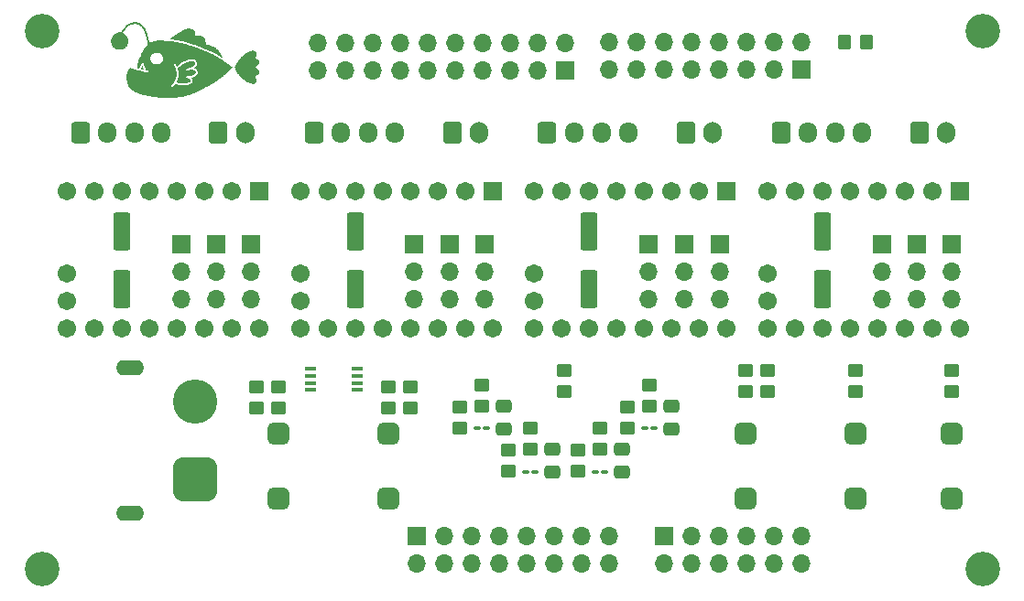
<source format=gbr>
%TF.GenerationSoftware,KiCad,Pcbnew,8.0.1*%
%TF.CreationDate,2024-04-25T12:31:50+02:00*%
%TF.ProjectId,Schrittmotortreiber_Traegerboard,53636872-6974-4746-9d6f-746f72747265,rev?*%
%TF.SameCoordinates,Original*%
%TF.FileFunction,Soldermask,Top*%
%TF.FilePolarity,Negative*%
%FSLAX46Y46*%
G04 Gerber Fmt 4.6, Leading zero omitted, Abs format (unit mm)*
G04 Created by KiCad (PCBNEW 8.0.1) date 2024-04-25 12:31:50*
%MOMM*%
%LPD*%
G01*
G04 APERTURE LIST*
G04 Aperture macros list*
%AMRoundRect*
0 Rectangle with rounded corners*
0 $1 Rounding radius*
0 $2 $3 $4 $5 $6 $7 $8 $9 X,Y pos of 4 corners*
0 Add a 4 corners polygon primitive as box body*
4,1,4,$2,$3,$4,$5,$6,$7,$8,$9,$2,$3,0*
0 Add four circle primitives for the rounded corners*
1,1,$1+$1,$2,$3*
1,1,$1+$1,$4,$5*
1,1,$1+$1,$6,$7*
1,1,$1+$1,$8,$9*
0 Add four rect primitives between the rounded corners*
20,1,$1+$1,$2,$3,$4,$5,0*
20,1,$1+$1,$4,$5,$6,$7,0*
20,1,$1+$1,$6,$7,$8,$9,0*
20,1,$1+$1,$8,$9,$2,$3,0*%
G04 Aperture macros list end*
%ADD10C,0.000000*%
%ADD11RoundRect,0.250000X-0.475000X0.337500X-0.475000X-0.337500X0.475000X-0.337500X0.475000X0.337500X0*%
%ADD12C,3.200000*%
%ADD13R,1.700000X1.700000*%
%ADD14O,1.700000X1.700000*%
%ADD15RoundRect,0.250000X-0.450000X0.350000X-0.450000X-0.350000X0.450000X-0.350000X0.450000X0.350000X0*%
%ADD16R,1.100000X0.400000*%
%ADD17RoundRect,0.250000X0.350000X0.450000X-0.350000X0.450000X-0.350000X-0.450000X0.350000X-0.450000X0*%
%ADD18RoundRect,0.102000X-0.754000X0.754000X-0.754000X-0.754000X0.754000X-0.754000X0.754000X0.754000X0*%
%ADD19C,1.712000*%
%ADD20RoundRect,0.250000X-0.600000X-0.750000X0.600000X-0.750000X0.600000X0.750000X-0.600000X0.750000X0*%
%ADD21O,1.700000X2.000000*%
%ADD22RoundRect,0.500000X-0.500000X0.500000X-0.500000X-0.500000X0.500000X-0.500000X0.500000X0.500000X0*%
%ADD23O,2.604000X1.404000*%
%ADD24RoundRect,1.025000X1.025000X-1.025000X1.025000X1.025000X-1.025000X1.025000X-1.025000X-1.025000X0*%
%ADD25C,4.100000*%
%ADD26RoundRect,0.250000X0.450000X-0.350000X0.450000X0.350000X-0.450000X0.350000X-0.450000X-0.350000X0*%
%ADD27RoundRect,0.100000X0.217500X0.100000X-0.217500X0.100000X-0.217500X-0.100000X0.217500X-0.100000X0*%
%ADD28RoundRect,0.250000X-0.550000X1.500000X-0.550000X-1.500000X0.550000X-1.500000X0.550000X1.500000X0*%
%ADD29RoundRect,0.250000X-0.600000X-0.725000X0.600000X-0.725000X0.600000X0.725000X-0.600000X0.725000X0*%
%ADD30O,1.700000X1.950000*%
G04 APERTURE END LIST*
D10*
%TO.C,Blub1*%
G36*
X96642611Y-73467663D02*
G01*
X96643330Y-73469784D01*
X96644913Y-73476011D01*
X96649631Y-73489965D01*
X96657440Y-73511526D01*
X96668293Y-73540573D01*
X96682145Y-73576984D01*
X96698952Y-73620640D01*
X96718667Y-73671419D01*
X96728232Y-73695938D01*
X96739537Y-73724942D01*
X96749885Y-73751616D01*
X96758858Y-73774870D01*
X96766037Y-73793614D01*
X96771002Y-73806757D01*
X96773335Y-73813209D01*
X96773403Y-73813432D01*
X96774114Y-73817401D01*
X96772601Y-73819539D01*
X96767653Y-73819722D01*
X96758056Y-73817828D01*
X96742599Y-73813733D01*
X96723777Y-73808381D01*
X96708466Y-73804163D01*
X96686561Y-73798382D01*
X96659701Y-73791459D01*
X96629525Y-73783813D01*
X96597673Y-73775862D01*
X96572487Y-73769664D01*
X96543203Y-73762402D01*
X96516806Y-73755660D01*
X96494359Y-73749724D01*
X96476926Y-73744882D01*
X96465568Y-73741421D01*
X96461349Y-73739629D01*
X96461344Y-73739601D01*
X96463542Y-73735228D01*
X96469645Y-73725143D01*
X96478827Y-73710660D01*
X96490264Y-73693091D01*
X96495907Y-73684559D01*
X96509879Y-73663320D01*
X96525391Y-73639380D01*
X96541815Y-73613747D01*
X96558520Y-73587430D01*
X96574877Y-73561435D01*
X96590257Y-73536772D01*
X96604031Y-73514448D01*
X96615568Y-73495471D01*
X96624240Y-73480850D01*
X96629417Y-73471592D01*
X96630628Y-73468789D01*
X96634067Y-73465587D01*
X96636979Y-73465183D01*
X96642611Y-73467663D01*
G37*
G36*
X106895751Y-72033090D02*
G01*
X106907077Y-72034593D01*
X106919087Y-72037472D01*
X106932903Y-72042111D01*
X106949649Y-72048896D01*
X106970451Y-72058211D01*
X106996430Y-72070439D01*
X107028712Y-72085966D01*
X107034235Y-72088636D01*
X107066424Y-72104691D01*
X107091959Y-72118748D01*
X107112115Y-72131791D01*
X107128165Y-72144803D01*
X107141383Y-72158766D01*
X107153041Y-72174663D01*
X107159835Y-72185569D01*
X107173729Y-72210430D01*
X107183409Y-72231827D01*
X107190079Y-72252809D01*
X107194356Y-72273020D01*
X107198080Y-72305530D01*
X107197676Y-72338940D01*
X107192916Y-72374179D01*
X107183573Y-72412175D01*
X107169420Y-72453858D01*
X107150230Y-72500156D01*
X107126451Y-72550630D01*
X107115559Y-72572915D01*
X107105841Y-72593201D01*
X107097993Y-72610004D01*
X107092712Y-72621835D01*
X107090852Y-72626560D01*
X107086939Y-72636463D01*
X107080736Y-72649656D01*
X107077588Y-72655770D01*
X107068403Y-72680581D01*
X107067437Y-72704400D01*
X107074457Y-72726759D01*
X107089231Y-72747188D01*
X107111525Y-72765218D01*
X107138979Y-72779495D01*
X107189849Y-72801792D01*
X107233339Y-72822902D01*
X107270318Y-72843542D01*
X107301657Y-72864431D01*
X107328227Y-72886287D01*
X107350897Y-72909826D01*
X107370538Y-72935767D01*
X107388021Y-72964826D01*
X107404215Y-72997723D01*
X107404556Y-72998480D01*
X107413915Y-73021387D01*
X107422999Y-73047234D01*
X107430308Y-73071635D01*
X107432356Y-73079817D01*
X107436527Y-73098431D01*
X107438889Y-73112140D01*
X107439518Y-73123960D01*
X107438489Y-73136908D01*
X107435880Y-73154001D01*
X107434450Y-73162449D01*
X107429507Y-73186161D01*
X107423172Y-73209039D01*
X107416431Y-73227596D01*
X107415257Y-73230193D01*
X107399149Y-73258188D01*
X107376158Y-73289012D01*
X107347068Y-73321899D01*
X107312666Y-73356082D01*
X107273735Y-73390797D01*
X107231059Y-73425276D01*
X107185423Y-73458753D01*
X107171268Y-73468489D01*
X107141995Y-73489548D01*
X107120246Y-73508040D01*
X107105612Y-73524347D01*
X107098797Y-73535967D01*
X107094070Y-73554636D01*
X107093387Y-73576298D01*
X107096756Y-73596501D01*
X107098665Y-73601866D01*
X107104779Y-73611928D01*
X107114624Y-73623741D01*
X107126233Y-73635409D01*
X107137643Y-73645032D01*
X107146887Y-73650712D01*
X107150018Y-73651480D01*
X107155630Y-73653814D01*
X107166884Y-73660262D01*
X107182549Y-73669996D01*
X107201391Y-73682186D01*
X107222179Y-73696004D01*
X107243681Y-73710620D01*
X107264663Y-73725206D01*
X107283893Y-73738932D01*
X107300139Y-73750970D01*
X107312168Y-73760490D01*
X107312521Y-73760787D01*
X107331777Y-73777995D01*
X107352000Y-73797660D01*
X107371413Y-73817914D01*
X107388240Y-73836891D01*
X107400705Y-73852723D01*
X107402621Y-73855502D01*
X107418421Y-73884765D01*
X107429875Y-73919069D01*
X107436246Y-73951025D01*
X107438402Y-73966432D01*
X107439303Y-73978781D01*
X107438762Y-73990602D01*
X107436589Y-74004424D01*
X107432597Y-74022778D01*
X107430143Y-74033250D01*
X107419229Y-74070689D01*
X107404188Y-74109851D01*
X107386297Y-74147919D01*
X107366831Y-74182073D01*
X107354706Y-74199813D01*
X107330860Y-74227757D01*
X107300964Y-74255304D01*
X107264466Y-74282862D01*
X107220814Y-74310843D01*
X107169456Y-74339654D01*
X107158566Y-74345368D01*
X107130856Y-74360395D01*
X107109912Y-74373419D01*
X107094569Y-74385410D01*
X107083665Y-74397339D01*
X107076036Y-74410176D01*
X107073392Y-74416428D01*
X107068651Y-74437411D01*
X107069038Y-74459488D01*
X107074288Y-74479421D01*
X107079282Y-74488479D01*
X107086422Y-74500858D01*
X107091227Y-74513268D01*
X107091251Y-74513366D01*
X107094595Y-74522421D01*
X107101026Y-74536535D01*
X107109458Y-74553396D01*
X107114715Y-74563299D01*
X107143445Y-74619192D01*
X107166038Y-74670053D01*
X107182601Y-74716569D01*
X107193243Y-74759427D01*
X107198072Y-74799315D01*
X107197197Y-74836917D01*
X107190726Y-74872922D01*
X107178766Y-74908015D01*
X107171566Y-74923809D01*
X107161148Y-74944290D01*
X107151008Y-74962033D01*
X107140318Y-74977717D01*
X107128250Y-74992018D01*
X107113977Y-75005612D01*
X107096671Y-75019176D01*
X107075505Y-75033388D01*
X107049651Y-75048923D01*
X107018282Y-75066460D01*
X106980570Y-75086674D01*
X106957672Y-75098733D01*
X106937453Y-75109068D01*
X106922314Y-75115912D01*
X106910011Y-75120022D01*
X106898299Y-75122157D01*
X106885694Y-75123045D01*
X106868991Y-75123341D01*
X106853852Y-75122987D01*
X106845247Y-75122262D01*
X106740060Y-75102566D01*
X106634369Y-75074626D01*
X106528088Y-75038411D01*
X106421126Y-74993885D01*
X106313397Y-74941015D01*
X106204812Y-74879767D01*
X106195322Y-74874042D01*
X106140879Y-74839718D01*
X106087843Y-74803508D01*
X106035309Y-74764664D01*
X105982368Y-74722442D01*
X105928114Y-74676098D01*
X105871640Y-74624884D01*
X105812038Y-74568057D01*
X105759195Y-74515743D01*
X105716705Y-74472679D01*
X105679363Y-74433939D01*
X105645998Y-74398207D01*
X105615439Y-74364167D01*
X105586517Y-74330505D01*
X105558061Y-74295907D01*
X105528900Y-74259056D01*
X105516770Y-74243382D01*
X105469124Y-74178776D01*
X105422016Y-74109707D01*
X105376174Y-74037485D01*
X105332326Y-73963421D01*
X105291201Y-73888827D01*
X105253527Y-73815015D01*
X105220032Y-73743294D01*
X105191446Y-73674977D01*
X105172764Y-73624134D01*
X105157442Y-73579294D01*
X105164438Y-73555052D01*
X105174939Y-73522808D01*
X105189394Y-73484646D01*
X105207224Y-73441802D01*
X105227852Y-73395512D01*
X105250699Y-73347011D01*
X105275187Y-73297534D01*
X105300737Y-73248318D01*
X105326772Y-73200597D01*
X105346180Y-73166683D01*
X105391484Y-73091770D01*
X105437304Y-73021269D01*
X105484652Y-72953888D01*
X105534540Y-72888333D01*
X105587978Y-72823312D01*
X105645979Y-72757534D01*
X105709554Y-72689705D01*
X105759195Y-72639027D01*
X105821863Y-72577140D01*
X105880706Y-72521393D01*
X105936759Y-72470991D01*
X105991051Y-72425136D01*
X106044617Y-72383032D01*
X106098488Y-72343882D01*
X106153697Y-72306890D01*
X106211276Y-72271259D01*
X106272257Y-72236192D01*
X106303290Y-72219192D01*
X106363855Y-72188057D01*
X106426490Y-72158796D01*
X106490169Y-72131746D01*
X106553867Y-72107243D01*
X106616556Y-72085625D01*
X106677212Y-72067230D01*
X106734807Y-72052395D01*
X106788315Y-72041458D01*
X106836711Y-72034755D01*
X106870652Y-72032675D01*
X106883984Y-72032579D01*
X106895751Y-72033090D01*
G37*
G36*
X100940880Y-69998752D02*
G01*
X101023597Y-70005604D01*
X101102279Y-70019885D01*
X101177014Y-70041626D01*
X101247890Y-70070859D01*
X101314995Y-70107617D01*
X101378416Y-70151930D01*
X101391455Y-70162346D01*
X101422847Y-70190417D01*
X101447392Y-70218405D01*
X101466396Y-70248388D01*
X101481167Y-70282445D01*
X101493011Y-70322653D01*
X101493493Y-70324630D01*
X101501527Y-70368716D01*
X101503449Y-70408882D01*
X101499330Y-70444589D01*
X101489237Y-70475301D01*
X101473239Y-70500479D01*
X101470599Y-70503459D01*
X101457074Y-70519682D01*
X101449128Y-70534084D01*
X101445460Y-70549782D01*
X101444731Y-70565352D01*
X101446517Y-70584501D01*
X101452728Y-70600642D01*
X101464643Y-70616475D01*
X101472961Y-70624949D01*
X101488965Y-70637860D01*
X101506037Y-70645950D01*
X101525781Y-70649490D01*
X101549801Y-70648754D01*
X101579702Y-70644011D01*
X101582337Y-70643479D01*
X101596814Y-70641095D01*
X101617538Y-70638448D01*
X101642302Y-70635783D01*
X101668900Y-70633345D01*
X101684965Y-70632083D01*
X101712818Y-70630220D01*
X101736445Y-70629148D01*
X101758290Y-70628895D01*
X101780796Y-70629486D01*
X101806406Y-70630948D01*
X101837564Y-70633308D01*
X101843742Y-70633813D01*
X101925554Y-70642412D01*
X101999569Y-70654102D01*
X102065885Y-70668912D01*
X102124601Y-70686871D01*
X102175813Y-70708005D01*
X102219620Y-70732343D01*
X102242018Y-70748206D01*
X102269834Y-70773107D01*
X102297872Y-70804166D01*
X102324529Y-70839270D01*
X102348205Y-70876308D01*
X102367298Y-70913166D01*
X102367568Y-70913766D01*
X102379831Y-70943785D01*
X102393055Y-70981011D01*
X102406928Y-71024280D01*
X102421138Y-71072426D01*
X102435372Y-71124286D01*
X102449318Y-71178694D01*
X102462663Y-71234485D01*
X102475095Y-71290496D01*
X102486302Y-71345562D01*
X102492903Y-71380974D01*
X102497397Y-71405616D01*
X102501107Y-71423571D01*
X102504691Y-71436496D01*
X102508806Y-71446050D01*
X102514111Y-71453889D01*
X102521262Y-71461672D01*
X102527251Y-71467523D01*
X102540387Y-71478839D01*
X102553181Y-71486098D01*
X102568066Y-71490088D01*
X102587473Y-71491593D01*
X102601886Y-71491635D01*
X102615018Y-71491809D01*
X102628441Y-71492839D01*
X102643595Y-71494984D01*
X102661918Y-71498503D01*
X102684851Y-71503657D01*
X102713833Y-71510705D01*
X102729762Y-71514698D01*
X102818663Y-71538149D01*
X102900186Y-71561878D01*
X102975418Y-71586283D01*
X103045446Y-71611764D01*
X103111359Y-71638719D01*
X103174245Y-71667546D01*
X103235192Y-71698643D01*
X103242080Y-71702358D01*
X103324856Y-71749905D01*
X103400461Y-71799134D01*
X103470175Y-71851117D01*
X103535272Y-71906928D01*
X103597030Y-71967639D01*
X103656726Y-72034323D01*
X103698579Y-72085908D01*
X103731976Y-72130832D01*
X103765233Y-72180085D01*
X103798793Y-72234420D01*
X103833099Y-72294585D01*
X103868592Y-72361333D01*
X103905715Y-72435415D01*
X103911301Y-72446896D01*
X103922527Y-72470463D01*
X103934854Y-72497055D01*
X103947842Y-72525648D01*
X103961050Y-72555221D01*
X103974036Y-72584749D01*
X103986359Y-72613211D01*
X103997579Y-72639583D01*
X104007254Y-72662842D01*
X104014942Y-72681966D01*
X104020203Y-72695930D01*
X104022596Y-72703713D01*
X104022592Y-72704957D01*
X104018022Y-72704695D01*
X104014792Y-72703583D01*
X104009103Y-72700386D01*
X103997824Y-72693416D01*
X103982413Y-72683596D01*
X103964329Y-72671845D01*
X103957633Y-72667444D01*
X103857364Y-72602069D01*
X103762464Y-72541727D01*
X103671957Y-72485845D01*
X103584867Y-72433849D01*
X103500219Y-72385165D01*
X103417036Y-72339220D01*
X103334342Y-72295438D01*
X103265367Y-72260326D01*
X103204035Y-72230067D01*
X103141111Y-72199871D01*
X103076004Y-72169486D01*
X103008121Y-72138657D01*
X102936870Y-72107133D01*
X102861659Y-72074659D01*
X102781897Y-72040984D01*
X102696990Y-72005853D01*
X102606348Y-71969014D01*
X102509378Y-71930214D01*
X102405488Y-71889200D01*
X102308475Y-71851310D01*
X102259716Y-71832350D01*
X102217903Y-71816089D01*
X102182086Y-71802156D01*
X102151318Y-71790182D01*
X102124650Y-71779796D01*
X102101135Y-71770628D01*
X102079824Y-71762309D01*
X102059769Y-71754468D01*
X102040023Y-71746736D01*
X102019638Y-71738742D01*
X101997665Y-71730117D01*
X101973156Y-71720491D01*
X101959166Y-71714995D01*
X101844839Y-71670482D01*
X101730553Y-71626776D01*
X101616963Y-71584106D01*
X101504722Y-71542698D01*
X101394483Y-71502782D01*
X101286901Y-71464584D01*
X101182629Y-71428333D01*
X101082321Y-71394256D01*
X100986630Y-71362582D01*
X100896210Y-71333538D01*
X100811715Y-71307352D01*
X100733799Y-71284252D01*
X100680487Y-71269204D01*
X100562672Y-71238216D01*
X100436534Y-71207820D01*
X100302200Y-71178038D01*
X100159794Y-71148898D01*
X100009443Y-71120423D01*
X99851273Y-71092639D01*
X99685410Y-71065572D01*
X99566934Y-71047384D01*
X99532377Y-71041463D01*
X99505684Y-71035191D01*
X99486254Y-71028426D01*
X99484371Y-71027568D01*
X99468925Y-71021643D01*
X99448928Y-71016477D01*
X99422905Y-71011733D01*
X99401807Y-71008681D01*
X99376758Y-71005510D01*
X99347586Y-71002124D01*
X99315754Y-70998663D01*
X99282725Y-70995269D01*
X99249964Y-70992080D01*
X99218934Y-70989237D01*
X99191099Y-70986881D01*
X99167923Y-70985151D01*
X99150869Y-70984188D01*
X99144510Y-70984036D01*
X99132895Y-70983300D01*
X99126047Y-70981418D01*
X99125183Y-70979967D01*
X99128853Y-70976509D01*
X99138743Y-70968497D01*
X99154241Y-70956388D01*
X99174739Y-70940634D01*
X99199625Y-70921692D01*
X99228291Y-70900014D01*
X99260125Y-70876056D01*
X99294519Y-70850272D01*
X99330861Y-70823116D01*
X99368543Y-70795044D01*
X99406953Y-70766509D01*
X99445483Y-70737966D01*
X99483521Y-70709870D01*
X99520458Y-70682674D01*
X99555685Y-70656834D01*
X99588590Y-70632804D01*
X99618564Y-70611038D01*
X99644997Y-70591991D01*
X99666498Y-70576669D01*
X99722523Y-70537943D01*
X99783832Y-70497178D01*
X99849286Y-70455045D01*
X99917750Y-70412213D01*
X99988086Y-70369354D01*
X100059156Y-70327137D01*
X100129824Y-70286232D01*
X100198953Y-70247310D01*
X100265405Y-70211042D01*
X100328043Y-70178096D01*
X100385731Y-70149144D01*
X100417976Y-70133743D01*
X100493081Y-70099957D01*
X100562622Y-70071438D01*
X100627479Y-70047957D01*
X100688534Y-70029287D01*
X100746668Y-70015201D01*
X100802760Y-70005471D01*
X100857692Y-69999870D01*
X100912345Y-69998171D01*
X100940880Y-69998752D01*
G37*
G36*
X101173752Y-73005937D02*
G01*
X101216922Y-73006370D01*
X101252899Y-73007621D01*
X101282934Y-73009864D01*
X101308279Y-73013273D01*
X101330183Y-73018019D01*
X101349898Y-73024275D01*
X101368675Y-73032216D01*
X101370657Y-73033161D01*
X101390773Y-73044131D01*
X101409302Y-73056502D01*
X101422530Y-73067644D01*
X101435269Y-73083207D01*
X101449060Y-73104496D01*
X101462601Y-73129104D01*
X101474589Y-73154623D01*
X101483722Y-73178645D01*
X101485257Y-73183619D01*
X101492360Y-73222666D01*
X101491454Y-73262821D01*
X101482810Y-73303420D01*
X101466700Y-73343801D01*
X101443395Y-73383302D01*
X101413167Y-73421258D01*
X101376288Y-73457008D01*
X101371610Y-73460967D01*
X101344919Y-73482516D01*
X101318562Y-73502459D01*
X101293805Y-73519929D01*
X101271914Y-73534055D01*
X101254154Y-73543971D01*
X101244912Y-73547923D01*
X101230871Y-73553548D01*
X101218750Y-73559887D01*
X101215274Y-73562261D01*
X101202953Y-73570336D01*
X101185276Y-73579893D01*
X101164027Y-73590176D01*
X101140987Y-73600428D01*
X101117940Y-73609892D01*
X101096668Y-73617813D01*
X101078955Y-73623433D01*
X101066581Y-73625997D01*
X101064894Y-73626076D01*
X101046057Y-73627638D01*
X101020931Y-73632060D01*
X100990708Y-73638946D01*
X100956582Y-73647899D01*
X100919747Y-73658524D01*
X100881394Y-73670423D01*
X100842717Y-73683202D01*
X100804910Y-73696462D01*
X100769165Y-73709809D01*
X100736675Y-73722846D01*
X100708633Y-73735177D01*
X100686232Y-73746405D01*
X100670666Y-73756134D01*
X100668725Y-73757659D01*
X100654728Y-73772783D01*
X100643626Y-73791486D01*
X100637083Y-73810589D01*
X100636029Y-73820198D01*
X100640012Y-73843279D01*
X100650954Y-73864731D01*
X100667349Y-73883060D01*
X100687689Y-73896775D01*
X100710468Y-73904383D01*
X100722117Y-73905430D01*
X100734179Y-73903530D01*
X100753007Y-73897889D01*
X100777891Y-73888740D01*
X100798329Y-73880458D01*
X100860677Y-73855447D01*
X100917279Y-73835075D01*
X100969307Y-73819092D01*
X101017928Y-73807248D01*
X101064313Y-73799295D01*
X101109632Y-73794981D01*
X101155054Y-73794058D01*
X101195014Y-73795779D01*
X101253235Y-73801465D01*
X101307323Y-73810032D01*
X101356557Y-73821261D01*
X101400216Y-73834933D01*
X101437579Y-73850830D01*
X101467925Y-73868732D01*
X101486637Y-73884321D01*
X101501819Y-73902299D01*
X101516849Y-73924819D01*
X101529688Y-73948497D01*
X101538302Y-73969954D01*
X101538402Y-73970284D01*
X101543258Y-73992779D01*
X101546357Y-74020091D01*
X101547449Y-74048704D01*
X101546282Y-74075102D01*
X101546025Y-74077545D01*
X101538276Y-74112906D01*
X101523542Y-74148577D01*
X101502971Y-74182525D01*
X101477713Y-74212713D01*
X101461001Y-74228001D01*
X101440520Y-74243043D01*
X101413442Y-74260280D01*
X101381115Y-74278980D01*
X101344889Y-74298414D01*
X101306112Y-74317849D01*
X101266133Y-74336555D01*
X101237263Y-74349205D01*
X101220970Y-74355404D01*
X101200866Y-74361966D01*
X101178565Y-74368491D01*
X101155678Y-74374576D01*
X101133820Y-74379823D01*
X101114604Y-74383829D01*
X101099641Y-74386193D01*
X101090546Y-74386515D01*
X101089016Y-74386052D01*
X101083604Y-74385661D01*
X101071589Y-74386275D01*
X101054761Y-74387762D01*
X101035351Y-74389941D01*
X101014734Y-74392162D01*
X100988078Y-74394570D01*
X100957802Y-74396971D01*
X100926326Y-74399174D01*
X100898540Y-74400850D01*
X100854830Y-74403269D01*
X100818760Y-74405339D01*
X100789511Y-74407148D01*
X100766264Y-74408782D01*
X100748203Y-74410330D01*
X100734508Y-74411879D01*
X100724363Y-74413516D01*
X100716949Y-74415330D01*
X100711448Y-74417407D01*
X100707043Y-74419836D01*
X100704396Y-74421632D01*
X100684714Y-74439146D01*
X100672515Y-74458984D01*
X100666839Y-74482817D01*
X100666436Y-74487664D01*
X100666728Y-74509177D01*
X100671341Y-74527517D01*
X100681296Y-74545447D01*
X100693505Y-74561020D01*
X100705333Y-74572531D01*
X100719440Y-74581224D01*
X100737495Y-74587754D01*
X100761165Y-74592775D01*
X100782104Y-74595758D01*
X100822566Y-74602011D01*
X100864095Y-74610649D01*
X100904653Y-74621112D01*
X100942205Y-74632839D01*
X100974716Y-74645268D01*
X100992936Y-74653852D01*
X101021183Y-74672696D01*
X101045212Y-74696773D01*
X101064596Y-74724804D01*
X101078907Y-74755508D01*
X101087716Y-74787606D01*
X101090596Y-74819819D01*
X101087118Y-74850866D01*
X101076855Y-74879466D01*
X101071517Y-74888761D01*
X101051451Y-74913390D01*
X101023688Y-74937185D01*
X100988987Y-74959727D01*
X100948109Y-74980597D01*
X100901815Y-74999375D01*
X100850864Y-75015641D01*
X100832912Y-75020449D01*
X100776832Y-75034039D01*
X100719515Y-75046565D01*
X100662878Y-75057667D01*
X100608843Y-75066988D01*
X100559328Y-75074170D01*
X100523827Y-75078174D01*
X100503465Y-75080124D01*
X100485023Y-75081942D01*
X100470876Y-75083389D01*
X100464551Y-75084084D01*
X100455819Y-75084256D01*
X100440575Y-75083689D01*
X100420732Y-75082485D01*
X100398204Y-75080750D01*
X100390455Y-75080073D01*
X100362936Y-75077427D01*
X100333121Y-75074282D01*
X100304562Y-75071027D01*
X100280813Y-75068052D01*
X100280370Y-75067993D01*
X100261600Y-75065594D01*
X100236418Y-75062561D01*
X100206832Y-75059128D01*
X100174855Y-75055525D01*
X100142495Y-75051985D01*
X100130062Y-75050656D01*
X100097302Y-75047146D01*
X100069151Y-75044018D01*
X100044083Y-75041055D01*
X100020570Y-75038039D01*
X99997085Y-75034750D01*
X99972103Y-75030972D01*
X99944096Y-75026486D01*
X99911537Y-75021074D01*
X99872899Y-75014518D01*
X99851687Y-75010890D01*
X99822674Y-75006025D01*
X99795676Y-75001693D01*
X99772064Y-74998098D01*
X99753210Y-74995445D01*
X99740484Y-74993939D01*
X99736310Y-74993671D01*
X99726503Y-74993185D01*
X99721604Y-74991992D01*
X99721477Y-74991739D01*
X99723267Y-74987566D01*
X99728302Y-74976847D01*
X99736077Y-74960630D01*
X99746087Y-74939962D01*
X99757829Y-74915890D01*
X99767869Y-74895415D01*
X99814874Y-74795196D01*
X99855186Y-74699227D01*
X99888991Y-74606817D01*
X99916474Y-74517277D01*
X99937819Y-74429915D01*
X99953213Y-74344043D01*
X99962840Y-74258969D01*
X99966886Y-74174004D01*
X99967048Y-74153188D01*
X99963567Y-74066346D01*
X99953366Y-73978220D01*
X99936823Y-73890825D01*
X99914314Y-73806175D01*
X99887999Y-73730770D01*
X99873347Y-73693623D01*
X99885901Y-73677844D01*
X99900062Y-73661586D01*
X99919996Y-73640923D01*
X99944793Y-73616649D01*
X99973545Y-73589558D01*
X100005340Y-73560447D01*
X100039270Y-73530110D01*
X100074424Y-73499342D01*
X100109892Y-73468937D01*
X100144766Y-73439691D01*
X100178135Y-73412399D01*
X100209090Y-73387855D01*
X100236720Y-73366854D01*
X100260117Y-73350192D01*
X100263434Y-73347964D01*
X100302414Y-73322499D01*
X100339568Y-73299286D01*
X100376002Y-73277770D01*
X100412824Y-73257397D01*
X100451141Y-73237612D01*
X100492062Y-73217861D01*
X100536693Y-73197589D01*
X100586142Y-73176241D01*
X100641517Y-73153264D01*
X100697423Y-73130699D01*
X100750733Y-73109595D01*
X100797592Y-73091520D01*
X100839281Y-73076045D01*
X100877081Y-73062744D01*
X100912272Y-73051190D01*
X100946135Y-73040954D01*
X100979950Y-73031611D01*
X101014997Y-73022733D01*
X101036146Y-73017686D01*
X101054211Y-73013590D01*
X101069640Y-73010559D01*
X101084260Y-73008439D01*
X101099899Y-73007072D01*
X101118385Y-73006303D01*
X101141545Y-73005975D01*
X101171207Y-73005933D01*
X101173752Y-73005937D01*
G37*
G36*
X95950970Y-69406312D02*
G01*
X95967428Y-69407744D01*
X95989283Y-69409606D01*
X96013491Y-69411639D01*
X96033629Y-69413309D01*
X96125699Y-69424088D01*
X96212281Y-69440789D01*
X96293211Y-69463358D01*
X96368327Y-69491743D01*
X96437465Y-69525890D01*
X96499311Y-69564928D01*
X96553389Y-69606992D01*
X96608054Y-69656624D01*
X96662613Y-69713022D01*
X96716372Y-69775383D01*
X96768637Y-69842906D01*
X96818713Y-69914788D01*
X96862952Y-69985249D01*
X96877654Y-70011301D01*
X96894513Y-70043498D01*
X96912687Y-70080066D01*
X96931334Y-70119230D01*
X96949610Y-70159217D01*
X96966674Y-70198253D01*
X96981683Y-70234563D01*
X96983382Y-70238845D01*
X96998835Y-70279460D01*
X97015830Y-70326690D01*
X97033854Y-70378935D01*
X97052398Y-70434595D01*
X97070950Y-70492068D01*
X97088999Y-70549755D01*
X97106034Y-70606054D01*
X97121544Y-70659366D01*
X97135017Y-70708090D01*
X97142926Y-70738461D01*
X97154424Y-70785594D01*
X97165831Y-70835217D01*
X97176890Y-70886006D01*
X97187342Y-70936638D01*
X97196930Y-70985789D01*
X97205396Y-71032135D01*
X97212483Y-71074354D01*
X97217933Y-71111121D01*
X97221487Y-71141113D01*
X97221648Y-71142812D01*
X97225915Y-71166786D01*
X97234606Y-71188142D01*
X97248774Y-71208699D01*
X97269467Y-71230274D01*
X97275252Y-71235564D01*
X97302523Y-71256122D01*
X97331548Y-71269744D01*
X97364499Y-71277331D01*
X97379900Y-71278925D01*
X97394140Y-71279776D01*
X97405330Y-71279560D01*
X97415828Y-71277762D01*
X97427993Y-71273865D01*
X97444183Y-71267353D01*
X97456266Y-71262209D01*
X97534782Y-71231148D01*
X97619437Y-71202384D01*
X97708273Y-71176385D01*
X97799330Y-71153622D01*
X97890649Y-71134565D01*
X97980271Y-71119684D01*
X98066237Y-71109448D01*
X98106158Y-71106289D01*
X98151883Y-71104248D01*
X98204981Y-71103498D01*
X98264460Y-71104003D01*
X98329327Y-71105728D01*
X98398592Y-71108636D01*
X98471262Y-71112692D01*
X98546347Y-71117859D01*
X98622856Y-71124101D01*
X98640154Y-71125650D01*
X98678145Y-71128891D01*
X98720424Y-71132135D01*
X98764115Y-71135186D01*
X98806340Y-71137846D01*
X98844222Y-71139919D01*
X98858094Y-71140565D01*
X98917574Y-71143182D01*
X98969551Y-71145543D01*
X99014984Y-71147705D01*
X99054832Y-71149721D01*
X99090054Y-71151647D01*
X99121609Y-71153539D01*
X99150457Y-71155451D01*
X99177556Y-71157437D01*
X99203866Y-71159555D01*
X99230345Y-71161857D01*
X99232445Y-71162046D01*
X99266205Y-71165120D01*
X99292654Y-71167652D01*
X99312916Y-71169830D01*
X99328118Y-71171840D01*
X99339385Y-71173869D01*
X99347842Y-71176103D01*
X99354614Y-71178731D01*
X99360827Y-71181939D01*
X99364290Y-71183944D01*
X99371704Y-71187146D01*
X99383790Y-71190559D01*
X99401304Y-71194334D01*
X99425003Y-71198617D01*
X99455642Y-71203558D01*
X99491846Y-71208993D01*
X99648801Y-71232679D01*
X99797856Y-71256644D01*
X99939581Y-71281010D01*
X100074544Y-71305897D01*
X100203312Y-71331430D01*
X100326454Y-71357728D01*
X100444537Y-71384915D01*
X100558131Y-71413112D01*
X100667803Y-71442442D01*
X100774120Y-71473025D01*
X100877652Y-71504985D01*
X100892189Y-71509651D01*
X101019202Y-71551387D01*
X101152093Y-71596521D01*
X101289262Y-71644481D01*
X101429109Y-71694691D01*
X101570033Y-71746576D01*
X101710435Y-71799562D01*
X101848714Y-71853074D01*
X101851198Y-71854048D01*
X101890697Y-71869522D01*
X101936123Y-71887287D01*
X101985507Y-71906574D01*
X102036880Y-71926616D01*
X102088273Y-71946645D01*
X102137717Y-71965891D01*
X102183242Y-71983589D01*
X102187805Y-71985360D01*
X102311496Y-72033635D01*
X102427702Y-72079526D01*
X102536977Y-72123309D01*
X102639873Y-72165258D01*
X102736947Y-72205647D01*
X102828753Y-72244750D01*
X102915844Y-72282842D01*
X102998776Y-72320196D01*
X103078102Y-72357088D01*
X103154377Y-72393791D01*
X103228156Y-72430580D01*
X103299993Y-72467728D01*
X103370441Y-72505510D01*
X103440057Y-72544201D01*
X103509393Y-72584075D01*
X103579005Y-72625405D01*
X103649446Y-72668466D01*
X103721272Y-72713533D01*
X103795036Y-72760879D01*
X103871293Y-72810779D01*
X103915292Y-72839941D01*
X103938182Y-72855205D01*
X103959506Y-72869506D01*
X103979968Y-72883338D01*
X104000268Y-72897194D01*
X104021109Y-72911567D01*
X104043191Y-72926950D01*
X104067217Y-72943836D01*
X104093887Y-72962719D01*
X104123904Y-72984091D01*
X104157969Y-73008446D01*
X104196783Y-73036276D01*
X104241049Y-73068076D01*
X104291466Y-73104337D01*
X104292122Y-73104808D01*
X104332622Y-73133836D01*
X104376520Y-73165101D01*
X104422235Y-73197491D01*
X104468187Y-73229892D01*
X104512795Y-73261191D01*
X104554480Y-73290275D01*
X104591660Y-73316032D01*
X104607558Y-73326965D01*
X104664423Y-73366185D01*
X104717027Y-73402927D01*
X104765074Y-73436968D01*
X104808269Y-73468087D01*
X104846317Y-73496063D01*
X104878922Y-73520675D01*
X104905790Y-73541700D01*
X104926625Y-73558917D01*
X104941132Y-73572105D01*
X104949017Y-73581042D01*
X104950450Y-73584371D01*
X104947585Y-73590513D01*
X104939337Y-73601653D01*
X104926470Y-73616960D01*
X104909744Y-73635603D01*
X104889922Y-73656752D01*
X104867765Y-73679577D01*
X104844034Y-73703247D01*
X104820922Y-73725576D01*
X104794904Y-73750345D01*
X104766294Y-73777654D01*
X104737174Y-73805513D01*
X104709623Y-73831931D01*
X104685722Y-73854917D01*
X104681542Y-73858948D01*
X104666474Y-73873278D01*
X104645888Y-73892545D01*
X104620571Y-73916034D01*
X104591308Y-73943029D01*
X104558885Y-73972814D01*
X104524089Y-74004673D01*
X104487706Y-74037890D01*
X104450522Y-74071750D01*
X104413324Y-74105536D01*
X104376897Y-74138532D01*
X104342029Y-74170024D01*
X104309504Y-74199293D01*
X104280110Y-74225626D01*
X104254632Y-74248306D01*
X104233857Y-74266617D01*
X104233155Y-74267230D01*
X104211722Y-74285587D01*
X104184348Y-74308425D01*
X104151835Y-74335107D01*
X104114988Y-74364995D01*
X104074611Y-74397452D01*
X104031509Y-74431842D01*
X103986486Y-74467527D01*
X103940346Y-74503871D01*
X103893893Y-74540236D01*
X103847932Y-74575984D01*
X103803267Y-74610480D01*
X103760701Y-74643085D01*
X103721039Y-74673164D01*
X103714737Y-74677910D01*
X103686203Y-74699131D01*
X103652642Y-74723689D01*
X103615467Y-74750581D01*
X103576089Y-74778807D01*
X103535917Y-74807364D01*
X103496364Y-74835252D01*
X103458840Y-74861468D01*
X103424756Y-74885012D01*
X103395523Y-74904881D01*
X103386038Y-74911221D01*
X103340309Y-74940932D01*
X103287389Y-74974099D01*
X103227707Y-75010476D01*
X103161686Y-75049819D01*
X103089755Y-75091883D01*
X103012339Y-75136421D01*
X102929864Y-75183189D01*
X102842757Y-75231941D01*
X102751444Y-75282432D01*
X102656351Y-75334417D01*
X102560400Y-75386308D01*
X102460101Y-75440242D01*
X102367049Y-75490221D01*
X102281055Y-75536347D01*
X102201933Y-75578718D01*
X102129493Y-75617434D01*
X102063548Y-75652595D01*
X102003910Y-75684300D01*
X101950391Y-75712650D01*
X101902804Y-75737743D01*
X101860959Y-75759680D01*
X101824669Y-75778561D01*
X101793747Y-75794485D01*
X101768003Y-75807552D01*
X101747251Y-75817861D01*
X101744210Y-75819344D01*
X101712580Y-75834256D01*
X101674406Y-75851454D01*
X101630455Y-75870640D01*
X101581493Y-75891514D01*
X101528286Y-75913777D01*
X101471600Y-75937129D01*
X101412200Y-75961270D01*
X101350853Y-75985901D01*
X101288324Y-76010722D01*
X101225380Y-76035434D01*
X101162786Y-76059737D01*
X101101309Y-76083332D01*
X101041714Y-76105920D01*
X100984768Y-76127200D01*
X100931235Y-76146873D01*
X100881883Y-76164640D01*
X100837478Y-76180201D01*
X100798784Y-76193256D01*
X100766568Y-76203506D01*
X100747958Y-76208942D01*
X100717881Y-76217073D01*
X100682127Y-76226438D01*
X100642284Y-76236647D01*
X100599943Y-76247308D01*
X100556693Y-76258028D01*
X100514124Y-76268416D01*
X100473824Y-76278080D01*
X100437385Y-76286628D01*
X100406394Y-76293668D01*
X100388361Y-76297581D01*
X100324641Y-76310545D01*
X100264061Y-76321853D01*
X100204529Y-76331826D01*
X100143950Y-76340781D01*
X100080231Y-76349037D01*
X100011277Y-76356913D01*
X99970817Y-76361152D01*
X99893250Y-76368897D01*
X99820934Y-76375751D01*
X99752051Y-76381849D01*
X99684786Y-76387330D01*
X99617323Y-76392332D01*
X99547844Y-76396992D01*
X99474534Y-76401448D01*
X99395577Y-76405837D01*
X99348881Y-76408283D01*
X99332658Y-76408920D01*
X99309269Y-76409556D01*
X99279549Y-76410185D01*
X99244333Y-76410799D01*
X99204455Y-76411394D01*
X99160751Y-76411963D01*
X99114055Y-76412499D01*
X99065202Y-76412996D01*
X99015027Y-76413448D01*
X98964364Y-76413849D01*
X98914049Y-76414192D01*
X98864916Y-76414471D01*
X98817800Y-76414680D01*
X98773536Y-76414812D01*
X98732958Y-76414862D01*
X98696903Y-76414823D01*
X98666203Y-76414688D01*
X98641694Y-76414452D01*
X98624212Y-76414109D01*
X98616393Y-76413788D01*
X98605420Y-76413172D01*
X98587549Y-76412252D01*
X98564341Y-76411103D01*
X98537356Y-76409802D01*
X98508156Y-76408426D01*
X98493605Y-76407752D01*
X98443129Y-76405108D01*
X98386451Y-76401576D01*
X98324766Y-76397264D01*
X98259270Y-76392281D01*
X98191158Y-76386739D01*
X98121627Y-76380744D01*
X98051872Y-76374408D01*
X97983087Y-76367839D01*
X97916470Y-76361146D01*
X97853215Y-76354439D01*
X97794519Y-76347828D01*
X97741576Y-76341421D01*
X97695583Y-76335327D01*
X97684904Y-76333807D01*
X97651755Y-76328792D01*
X97611409Y-76322330D01*
X97564975Y-76314622D01*
X97513564Y-76305867D01*
X97458285Y-76296267D01*
X97400247Y-76286021D01*
X97340560Y-76275328D01*
X97280334Y-76264391D01*
X97220678Y-76253408D01*
X97162702Y-76242579D01*
X97107515Y-76232106D01*
X97056226Y-76222187D01*
X97009947Y-76213024D01*
X96969785Y-76204816D01*
X96969351Y-76204726D01*
X96890422Y-76187456D01*
X96811294Y-76168620D01*
X96733398Y-76148615D01*
X96658165Y-76127836D01*
X96587028Y-76106679D01*
X96521417Y-76085539D01*
X96462764Y-76064813D01*
X96461267Y-76064254D01*
X96391801Y-76037935D01*
X96328725Y-76013246D01*
X96270303Y-75989435D01*
X96214799Y-75965747D01*
X96160477Y-75941432D01*
X96105602Y-75915735D01*
X96048437Y-75887905D01*
X96008029Y-75867709D01*
X95914090Y-75819006D01*
X95827320Y-75771171D01*
X95746567Y-75723501D01*
X95670679Y-75675295D01*
X95598504Y-75625853D01*
X95538645Y-75581899D01*
X95516682Y-75565263D01*
X95496141Y-75549710D01*
X95478308Y-75536212D01*
X95464463Y-75525740D01*
X95455891Y-75519264D01*
X95455132Y-75518692D01*
X95446371Y-75511588D01*
X95441394Y-75506577D01*
X95440972Y-75505715D01*
X95439041Y-75501316D01*
X95433811Y-75490873D01*
X95426007Y-75475795D01*
X95416351Y-75457490D01*
X95412717Y-75450673D01*
X95393319Y-75413315D01*
X95372208Y-75370793D01*
X95350382Y-75325255D01*
X95340428Y-75303811D01*
X99302307Y-75303811D01*
X99306007Y-75325223D01*
X99316000Y-75346670D01*
X99330622Y-75365716D01*
X99348209Y-75379929D01*
X99357349Y-75384370D01*
X99369797Y-75386677D01*
X99386509Y-75386909D01*
X99403584Y-75385246D01*
X99417124Y-75381869D01*
X99417821Y-75381580D01*
X99426551Y-75375868D01*
X99439796Y-75364658D01*
X99456586Y-75348909D01*
X99475957Y-75329577D01*
X99496939Y-75307621D01*
X99518567Y-75283997D01*
X99533760Y-75266766D01*
X99545421Y-75252860D01*
X99559066Y-75235868D01*
X99573665Y-75217161D01*
X99588187Y-75198107D01*
X99601600Y-75180078D01*
X99612874Y-75164442D01*
X99620978Y-75152570D01*
X99624880Y-75145830D01*
X99624971Y-75145582D01*
X99627838Y-75142969D01*
X99634887Y-75143321D01*
X99647844Y-75146761D01*
X99649773Y-75147355D01*
X99661268Y-75150268D01*
X99679364Y-75154063D01*
X99702282Y-75158403D01*
X99728245Y-75162951D01*
X99755349Y-75167351D01*
X99785920Y-75172190D01*
X99818397Y-75177467D01*
X99850039Y-75182727D01*
X99878099Y-75187517D01*
X99895072Y-75190513D01*
X99933490Y-75196984D01*
X99977790Y-75203675D01*
X100025403Y-75210234D01*
X100073763Y-75216310D01*
X100120301Y-75221553D01*
X100127945Y-75222347D01*
X100145050Y-75224183D01*
X100168715Y-75226846D01*
X100197097Y-75230122D01*
X100228352Y-75233797D01*
X100260637Y-75237657D01*
X100278253Y-75239792D01*
X100312958Y-75243934D01*
X100341272Y-75247038D01*
X100365196Y-75249214D01*
X100386728Y-75250575D01*
X100407868Y-75251233D01*
X100430616Y-75251299D01*
X100456971Y-75250886D01*
X100470902Y-75250564D01*
X100500690Y-75249687D01*
X100527040Y-75248492D01*
X100551469Y-75246788D01*
X100575495Y-75244381D01*
X100600635Y-75241078D01*
X100628408Y-75236687D01*
X100660332Y-75231014D01*
X100697923Y-75223866D01*
X100729178Y-75217733D01*
X100791154Y-75204937D01*
X100845705Y-75192442D01*
X100893846Y-75179895D01*
X100936595Y-75166944D01*
X100974970Y-75153237D01*
X101009987Y-75138423D01*
X101042664Y-75122149D01*
X101074017Y-75104063D01*
X101093305Y-75091740D01*
X101136207Y-75059843D01*
X101173983Y-75024568D01*
X101205811Y-74986895D01*
X101230867Y-74947801D01*
X101248326Y-74908268D01*
X101248795Y-74906873D01*
X101253544Y-74891604D01*
X101256757Y-74878039D01*
X101258728Y-74863811D01*
X101259754Y-74846553D01*
X101260129Y-74823896D01*
X101260159Y-74815841D01*
X101260074Y-74791993D01*
X101259482Y-74774195D01*
X101258042Y-74760029D01*
X101255413Y-74747077D01*
X101251255Y-74732924D01*
X101246478Y-74718760D01*
X101225886Y-74670603D01*
X101198340Y-74624014D01*
X101165307Y-74581471D01*
X101164756Y-74580852D01*
X101152596Y-74567060D01*
X101145525Y-74558287D01*
X101142909Y-74553316D01*
X101144112Y-74550927D01*
X101148499Y-74549901D01*
X101148614Y-74549886D01*
X101195578Y-74540980D01*
X101247371Y-74525697D01*
X101304230Y-74503965D01*
X101322308Y-74496178D01*
X101386674Y-74466427D01*
X101443366Y-74437209D01*
X101493112Y-74407991D01*
X101536642Y-74378242D01*
X101574681Y-74347432D01*
X101607959Y-74315030D01*
X101637203Y-74280503D01*
X101658072Y-74251165D01*
X101685270Y-74202375D01*
X101704571Y-74150734D01*
X101715888Y-74096665D01*
X101719135Y-74040590D01*
X101714224Y-73982930D01*
X101713807Y-73980292D01*
X101701124Y-73927239D01*
X101680847Y-73876235D01*
X101653694Y-73828315D01*
X101620385Y-73784517D01*
X101581638Y-73745876D01*
X101538172Y-73713428D01*
X101521920Y-73703694D01*
X101506886Y-73696046D01*
X101488034Y-73687621D01*
X101467334Y-73679167D01*
X101446761Y-73671431D01*
X101428286Y-73665159D01*
X101413882Y-73661101D01*
X101406452Y-73659948D01*
X101399532Y-73658309D01*
X101399755Y-73653288D01*
X101407231Y-73644732D01*
X101422068Y-73632489D01*
X101430272Y-73626390D01*
X101457926Y-73604697D01*
X101487545Y-73578754D01*
X101517041Y-73550585D01*
X101544325Y-73522214D01*
X101567309Y-73495665D01*
X101574051Y-73487045D01*
X101604179Y-73441830D01*
X101628958Y-73393540D01*
X101647685Y-73343909D01*
X101659656Y-73294672D01*
X101663227Y-73266973D01*
X101663340Y-73223022D01*
X101657049Y-73176036D01*
X101644880Y-73127852D01*
X101627355Y-73080309D01*
X101604998Y-73035243D01*
X101590562Y-73011775D01*
X101573298Y-72988650D01*
X101551694Y-72963962D01*
X101527974Y-72939972D01*
X101504361Y-72918942D01*
X101484919Y-72904335D01*
X101459300Y-72889081D01*
X101429858Y-72874319D01*
X101400209Y-72861739D01*
X101376986Y-72853865D01*
X101347122Y-72847101D01*
X101310133Y-72841649D01*
X101267280Y-72837627D01*
X101219821Y-72835154D01*
X101170360Y-72834348D01*
X101139995Y-72834473D01*
X101115948Y-72834942D01*
X101096074Y-72835939D01*
X101078224Y-72837651D01*
X101060251Y-72840262D01*
X101040007Y-72843957D01*
X101025561Y-72846836D01*
X100987569Y-72855031D01*
X100949776Y-72864249D01*
X100911199Y-72874814D01*
X100870856Y-72887050D01*
X100827765Y-72901282D01*
X100780943Y-72917835D01*
X100729407Y-72937033D01*
X100672176Y-72959199D01*
X100608508Y-72984563D01*
X100549264Y-73008705D01*
X100496833Y-73030756D01*
X100450005Y-73051325D01*
X100407568Y-73071026D01*
X100368313Y-73090468D01*
X100331027Y-73110265D01*
X100294499Y-73131027D01*
X100257519Y-73153367D01*
X100218876Y-73177895D01*
X100195689Y-73193059D01*
X100149269Y-73225300D01*
X100098334Y-73263674D01*
X100043560Y-73307625D01*
X99985625Y-73356593D01*
X99925205Y-73410024D01*
X99864755Y-73465686D01*
X99847037Y-73482102D01*
X99831310Y-73496274D01*
X99818656Y-73507259D01*
X99810156Y-73514114D01*
X99807048Y-73515991D01*
X99803680Y-73512367D01*
X99797988Y-73502628D01*
X99790910Y-73488473D01*
X99786557Y-73478943D01*
X99768601Y-73439335D01*
X99751309Y-73403084D01*
X99735119Y-73371012D01*
X99720467Y-73343943D01*
X99707790Y-73322699D01*
X99697526Y-73308103D01*
X99693359Y-73303483D01*
X99671214Y-73287208D01*
X99647965Y-73279163D01*
X99624399Y-73279326D01*
X99601304Y-73287672D01*
X99579466Y-73304178D01*
X99576713Y-73306972D01*
X99565453Y-73319728D01*
X99557577Y-73331687D01*
X99553186Y-73343995D01*
X99552380Y-73357797D01*
X99555260Y-73374238D01*
X99561925Y-73394463D01*
X99572475Y-73419617D01*
X99587010Y-73450845D01*
X99589799Y-73456661D01*
X99609906Y-73499428D01*
X99630551Y-73545074D01*
X99651235Y-73592378D01*
X99671463Y-73640116D01*
X99690738Y-73687067D01*
X99708562Y-73732008D01*
X99724438Y-73773718D01*
X99737869Y-73810973D01*
X99748358Y-73842551D01*
X99752880Y-73857719D01*
X99770331Y-73926218D01*
X99782852Y-73990922D01*
X99790824Y-74054633D01*
X99794626Y-74120150D01*
X99795015Y-74168033D01*
X99791585Y-74248113D01*
X99782712Y-74328131D01*
X99768191Y-74408818D01*
X99747819Y-74490907D01*
X99721394Y-74575130D01*
X99688711Y-74662219D01*
X99649567Y-74752906D01*
X99608967Y-74837563D01*
X99568408Y-74915423D01*
X99528186Y-74985956D01*
X99487580Y-75050235D01*
X99445870Y-75109335D01*
X99402335Y-75164330D01*
X99356255Y-75216295D01*
X99351594Y-75221244D01*
X99333129Y-75241104D01*
X99319895Y-75256492D01*
X99311045Y-75268826D01*
X99305731Y-75279527D01*
X99303105Y-75290017D01*
X99302319Y-75301716D01*
X99302307Y-75303811D01*
X95340428Y-75303811D01*
X95328841Y-75278847D01*
X95308584Y-75233716D01*
X95290609Y-75192010D01*
X95277895Y-75160915D01*
X95248427Y-75081267D01*
X95223327Y-75001964D01*
X95202225Y-74921389D01*
X95184749Y-74837923D01*
X95170529Y-74749947D01*
X95159193Y-74655844D01*
X95156992Y-74633554D01*
X95150578Y-74546917D01*
X95148535Y-74465517D01*
X95151007Y-74387256D01*
X95158138Y-74310031D01*
X95170074Y-74231744D01*
X95186956Y-74150294D01*
X95191478Y-74131210D01*
X95207591Y-74070152D01*
X95224933Y-74016055D01*
X95244213Y-73967430D01*
X95266141Y-73922787D01*
X95291426Y-73880636D01*
X95320778Y-73839486D01*
X95344310Y-73810257D01*
X95357328Y-73795409D01*
X95373895Y-73777482D01*
X95392854Y-73757633D01*
X95413045Y-73737017D01*
X95433312Y-73716790D01*
X95452494Y-73698106D01*
X95469434Y-73682123D01*
X95482974Y-73669995D01*
X95491956Y-73662879D01*
X95492179Y-73662731D01*
X95496050Y-73660601D01*
X95500579Y-73659521D01*
X95506931Y-73659727D01*
X95516273Y-73661453D01*
X95529771Y-73664938D01*
X95548589Y-73670416D01*
X95573894Y-73678124D01*
X95584883Y-73681511D01*
X95624274Y-73693441D01*
X95670504Y-73707051D01*
X95722429Y-73722029D01*
X95778903Y-73738064D01*
X95838783Y-73754844D01*
X95900925Y-73772058D01*
X95964184Y-73789393D01*
X96027417Y-73806537D01*
X96089479Y-73823180D01*
X96149227Y-73839009D01*
X96205516Y-73853712D01*
X96257201Y-73866979D01*
X96303140Y-73878496D01*
X96342187Y-73887953D01*
X96344831Y-73888576D01*
X96377216Y-73896319D01*
X96416326Y-73905873D01*
X96460699Y-73916869D01*
X96508878Y-73928937D01*
X96559404Y-73941708D01*
X96610817Y-73954812D01*
X96661659Y-73967879D01*
X96710471Y-73980540D01*
X96755793Y-73992424D01*
X96778820Y-73998527D01*
X96826048Y-74010974D01*
X96872035Y-74022855D01*
X96915990Y-74033979D01*
X96957121Y-74044159D01*
X96994638Y-74053207D01*
X97027751Y-74060933D01*
X97055668Y-74067150D01*
X97077599Y-74071668D01*
X97092753Y-74074300D01*
X97099273Y-74074922D01*
X97113316Y-74073391D01*
X97124677Y-74070398D01*
X97138126Y-74062647D01*
X97152822Y-74050161D01*
X97165984Y-74035655D01*
X97174835Y-74021846D01*
X97175195Y-74021036D01*
X97180650Y-73998294D01*
X97178660Y-73974956D01*
X97169962Y-73952611D01*
X97155291Y-73932849D01*
X97135386Y-73917258D01*
X97124618Y-73911902D01*
X97114540Y-73908430D01*
X97098597Y-73903776D01*
X97078626Y-73898390D01*
X97056466Y-73892726D01*
X97033953Y-73887235D01*
X97012924Y-73882369D01*
X96995216Y-73878580D01*
X96982667Y-73876320D01*
X96978222Y-73875884D01*
X96971128Y-73874103D01*
X96969351Y-73871447D01*
X96967811Y-73866269D01*
X96963532Y-73854608D01*
X96957030Y-73837800D01*
X96948823Y-73817181D01*
X96940331Y-73796293D01*
X96929549Y-73769756D01*
X96916785Y-73737912D01*
X96903073Y-73703371D01*
X96889447Y-73668738D01*
X96876941Y-73636620D01*
X96876139Y-73634544D01*
X96862212Y-73598554D01*
X96847575Y-73560841D01*
X96831827Y-73520380D01*
X96814569Y-73476145D01*
X96795400Y-73427112D01*
X96773920Y-73372254D01*
X96749729Y-73310547D01*
X96749705Y-73310485D01*
X96740028Y-73286558D01*
X96732079Y-73268969D01*
X96724927Y-73256019D01*
X96717642Y-73246007D01*
X96710039Y-73237943D01*
X96698529Y-73227562D01*
X96687990Y-73219220D01*
X96682774Y-73215869D01*
X96670739Y-73212561D01*
X96654051Y-73211311D01*
X96636252Y-73212057D01*
X96620887Y-73214732D01*
X96614540Y-73217113D01*
X96609559Y-73219781D01*
X96605006Y-73222618D01*
X96600462Y-73226231D01*
X96595514Y-73231229D01*
X96589743Y-73238218D01*
X96582733Y-73247807D01*
X96574068Y-73260604D01*
X96563331Y-73277216D01*
X96550106Y-73298251D01*
X96533976Y-73324317D01*
X96514525Y-73356021D01*
X96491337Y-73393972D01*
X96475010Y-73420725D01*
X96459170Y-73446442D01*
X96440029Y-73477136D01*
X96418917Y-73510694D01*
X96397167Y-73545005D01*
X96376109Y-73577957D01*
X96364686Y-73595695D01*
X96347968Y-73621645D01*
X96332773Y-73645387D01*
X96319706Y-73665958D01*
X96309375Y-73682400D01*
X96302385Y-73693751D01*
X96299345Y-73699053D01*
X96299284Y-73699207D01*
X96295712Y-73701793D01*
X96287080Y-73699762D01*
X96285275Y-73699072D01*
X96277506Y-73696576D01*
X96262957Y-73692417D01*
X96243064Y-73686985D01*
X96219262Y-73680672D01*
X96192987Y-73673867D01*
X96186054Y-73672098D01*
X96160254Y-73665504D01*
X96137374Y-73659600D01*
X96118635Y-73654706D01*
X96105258Y-73651141D01*
X96098463Y-73649226D01*
X96097871Y-73649009D01*
X96097884Y-73644366D01*
X96099676Y-73632446D01*
X96103037Y-73614203D01*
X96107755Y-73590591D01*
X96113619Y-73562564D01*
X96120419Y-73531077D01*
X96127944Y-73497083D01*
X96135981Y-73461536D01*
X96144322Y-73425390D01*
X96152753Y-73389599D01*
X96161066Y-73355118D01*
X96169047Y-73322900D01*
X96175984Y-73295821D01*
X96222323Y-73128597D01*
X96273059Y-72965150D01*
X96328711Y-72804105D01*
X96339809Y-72775034D01*
X97344156Y-72775034D01*
X97344903Y-72812048D01*
X97347634Y-72843948D01*
X97352882Y-72873962D01*
X97361184Y-72905319D01*
X97370476Y-72933811D01*
X97387770Y-72977808D01*
X97408274Y-73017920D01*
X97433158Y-73055948D01*
X97463595Y-73093694D01*
X97498524Y-73130739D01*
X97552752Y-73179142D01*
X97611174Y-73220192D01*
X97673737Y-73253864D01*
X97740391Y-73280132D01*
X97811086Y-73298972D01*
X97853878Y-73306479D01*
X97881300Y-73309215D01*
X97914524Y-73310645D01*
X97950995Y-73310819D01*
X97988155Y-73309790D01*
X98023448Y-73307609D01*
X98054319Y-73304327D01*
X98067896Y-73302180D01*
X98129487Y-73287339D01*
X98191426Y-73265714D01*
X98251128Y-73238363D01*
X98306011Y-73206344D01*
X98312310Y-73202130D01*
X98353098Y-73171100D01*
X98392886Y-73134589D01*
X98430136Y-73094340D01*
X98463310Y-73052096D01*
X98490869Y-73009602D01*
X98504115Y-72984619D01*
X98527659Y-72926275D01*
X98543261Y-72866166D01*
X98550994Y-72805082D01*
X98550932Y-72743815D01*
X98543145Y-72683156D01*
X98527708Y-72623896D01*
X98504693Y-72566828D01*
X98474173Y-72512742D01*
X98458729Y-72490556D01*
X98412366Y-72434838D01*
X98360528Y-72385459D01*
X98303632Y-72342676D01*
X98242093Y-72306744D01*
X98176329Y-72277921D01*
X98106755Y-72256464D01*
X98063851Y-72247319D01*
X98029228Y-72242728D01*
X97989180Y-72240055D01*
X97946347Y-72239278D01*
X97903365Y-72240377D01*
X97862874Y-72243331D01*
X97827512Y-72248119D01*
X97821546Y-72249243D01*
X97775188Y-72260313D01*
X97728158Y-72274905D01*
X97683812Y-72291892D01*
X97655398Y-72304990D01*
X97601289Y-72336048D01*
X97549895Y-72373087D01*
X97502365Y-72414991D01*
X97459847Y-72460642D01*
X97423489Y-72508924D01*
X97394440Y-72558719D01*
X97394413Y-72558774D01*
X97373118Y-72606684D01*
X97358104Y-72653234D01*
X97348780Y-72700970D01*
X97344553Y-72752439D01*
X97344156Y-72775034D01*
X96339809Y-72775034D01*
X96389797Y-72644085D01*
X96456838Y-72483714D01*
X96530352Y-72321616D01*
X96590540Y-72197088D01*
X96636987Y-72105906D01*
X96682409Y-72022071D01*
X96727452Y-71944628D01*
X96772759Y-71872622D01*
X96818975Y-71805097D01*
X96866745Y-71741099D01*
X96916714Y-71679673D01*
X96969525Y-71619862D01*
X97006858Y-71580178D01*
X97050716Y-71534656D01*
X97055138Y-71499628D01*
X97056778Y-71481291D01*
X97058077Y-71456019D01*
X97059036Y-71425336D01*
X97059657Y-71390768D01*
X97059941Y-71353841D01*
X97059891Y-71316079D01*
X97059510Y-71279008D01*
X97058798Y-71244153D01*
X97057757Y-71213040D01*
X97056391Y-71187194D01*
X97054709Y-71168216D01*
X97047602Y-71117145D01*
X97038054Y-71059741D01*
X97026416Y-70997668D01*
X97013042Y-70932586D01*
X96998285Y-70866158D01*
X96982496Y-70800046D01*
X96966029Y-70735912D01*
X96952748Y-70687653D01*
X96925448Y-70593962D01*
X96898972Y-70507961D01*
X96873030Y-70428944D01*
X96847331Y-70356208D01*
X96821584Y-70289048D01*
X96795498Y-70226759D01*
X96768782Y-70168636D01*
X96741145Y-70113975D01*
X96712295Y-70062072D01*
X96681942Y-70012221D01*
X96659834Y-69978451D01*
X96607594Y-69905335D01*
X96554957Y-69840591D01*
X96501834Y-69784129D01*
X96448137Y-69735861D01*
X96393777Y-69695695D01*
X96362271Y-69676284D01*
X96303267Y-69646962D01*
X96238522Y-69622911D01*
X96168963Y-69604180D01*
X96095515Y-69590819D01*
X96019104Y-69582876D01*
X95940657Y-69580400D01*
X95861099Y-69583442D01*
X95781356Y-69592050D01*
X95702354Y-69606273D01*
X95625020Y-69626161D01*
X95595332Y-69635523D01*
X95553530Y-69650631D01*
X95509078Y-69668829D01*
X95464051Y-69689128D01*
X95420522Y-69710543D01*
X95380567Y-69732086D01*
X95346259Y-69752770D01*
X95339246Y-69757395D01*
X95290648Y-69793065D01*
X95239927Y-69835867D01*
X95187830Y-69884968D01*
X95135102Y-69939534D01*
X95082490Y-69998729D01*
X95030738Y-70061720D01*
X94980592Y-70127671D01*
X94932799Y-70195749D01*
X94893884Y-70255781D01*
X94875959Y-70284758D01*
X94859126Y-70312364D01*
X94843926Y-70337675D01*
X94830904Y-70359767D01*
X94820601Y-70377716D01*
X94813562Y-70390597D01*
X94810330Y-70397487D01*
X94810181Y-70398214D01*
X94813863Y-70401383D01*
X94823677Y-70407118D01*
X94838023Y-70414537D01*
X94851295Y-70420909D01*
X94914729Y-70454695D01*
X94976500Y-70495921D01*
X95035378Y-70543569D01*
X95090132Y-70596620D01*
X95139530Y-70654056D01*
X95150279Y-70668148D01*
X95194856Y-70733539D01*
X95231759Y-70800056D01*
X95261544Y-70869009D01*
X95284765Y-70941706D01*
X95301977Y-71019455D01*
X95303904Y-71030610D01*
X95307602Y-71060162D01*
X95310082Y-71095748D01*
X95311345Y-71135021D01*
X95311392Y-71175635D01*
X95310223Y-71215243D01*
X95307839Y-71251500D01*
X95304241Y-71282060D01*
X95303824Y-71284653D01*
X95286508Y-71366760D01*
X95262434Y-71443948D01*
X95231355Y-71516711D01*
X95193024Y-71585545D01*
X95147194Y-71650946D01*
X95093616Y-71713408D01*
X95085578Y-71721848D01*
X95031517Y-71774188D01*
X94977176Y-71818998D01*
X94921202Y-71857147D01*
X94862243Y-71889507D01*
X94798947Y-71916945D01*
X94761360Y-71930400D01*
X94720031Y-71943343D01*
X94682209Y-71953099D01*
X94645505Y-71960035D01*
X94607529Y-71964520D01*
X94565892Y-71966923D01*
X94519960Y-71967612D01*
X94472519Y-71966871D01*
X94431046Y-71964403D01*
X94393153Y-71959840D01*
X94356451Y-71952814D01*
X94318549Y-71942956D01*
X94278560Y-71930400D01*
X94212266Y-71905322D01*
X94151062Y-71875808D01*
X94093594Y-71840987D01*
X94038512Y-71799989D01*
X93984462Y-71751945D01*
X93954342Y-71721848D01*
X93899699Y-71659788D01*
X93852833Y-71594868D01*
X93813493Y-71526584D01*
X93781430Y-71454436D01*
X93756391Y-71377922D01*
X93738128Y-71296540D01*
X93736085Y-71284653D01*
X93732525Y-71256142D01*
X93730071Y-71221742D01*
X93728723Y-71183675D01*
X93728483Y-71144167D01*
X93729350Y-71105442D01*
X93731325Y-71069725D01*
X93734408Y-71039240D01*
X93736040Y-71028493D01*
X93753905Y-70947298D01*
X93778764Y-70869566D01*
X93810330Y-70795972D01*
X93848320Y-70727192D01*
X93887193Y-70670717D01*
X93942371Y-70604667D01*
X94001833Y-70545780D01*
X94065410Y-70494161D01*
X94132932Y-70449917D01*
X94204228Y-70413152D01*
X94279127Y-70383974D01*
X94357460Y-70362487D01*
X94395056Y-70355136D01*
X94419330Y-70352001D01*
X94449794Y-70349634D01*
X94484201Y-70348089D01*
X94520303Y-70347420D01*
X94555852Y-70347682D01*
X94588601Y-70348929D01*
X94604641Y-70350058D01*
X94642747Y-70353304D01*
X94648257Y-70340843D01*
X94652905Y-70331791D01*
X94661345Y-70316788D01*
X94672845Y-70297040D01*
X94686673Y-70273754D01*
X94702098Y-70248137D01*
X94718387Y-70221397D01*
X94734808Y-70194740D01*
X94750631Y-70169373D01*
X94765122Y-70146504D01*
X94777551Y-70127338D01*
X94779412Y-70124526D01*
X94798982Y-70095923D01*
X94822626Y-70062742D01*
X94848938Y-70026860D01*
X94876514Y-69990155D01*
X94903946Y-69954506D01*
X94929831Y-69921789D01*
X94945778Y-69902239D01*
X94964321Y-69880816D01*
X94987550Y-69855468D01*
X95014223Y-69827430D01*
X95043098Y-69797932D01*
X95072932Y-69768209D01*
X95102483Y-69739494D01*
X95130509Y-69713018D01*
X95155769Y-69690016D01*
X95177019Y-69671720D01*
X95182587Y-69667205D01*
X95256900Y-69613251D01*
X95336954Y-69564741D01*
X95421633Y-69522150D01*
X95509823Y-69485951D01*
X95600407Y-69456619D01*
X95692270Y-69434629D01*
X95754182Y-69424209D01*
X95806180Y-69417250D01*
X95850267Y-69411960D01*
X95886829Y-69408302D01*
X95916249Y-69406243D01*
X95938914Y-69405747D01*
X95950970Y-69406312D01*
G37*
%TD*%
D11*
%TO.C,C5*%
X134500000Y-108946500D03*
X134500000Y-111021500D03*
%TD*%
D12*
%TO.C,H1*%
X87311222Y-70274168D03*
%TD*%
D13*
%TO.C,J17*%
X124998000Y-89931000D03*
D14*
X124998000Y-92471000D03*
X124998000Y-95011000D03*
%TD*%
D15*
%TO.C,R7*%
X154432000Y-101616000D03*
X154432000Y-103616000D03*
%TD*%
%TO.C,R12*%
X130468000Y-109000000D03*
X130468000Y-111000000D03*
%TD*%
D16*
%TO.C,U5*%
X112150000Y-101514000D03*
X112150000Y-102164000D03*
X112150000Y-102814000D03*
X112150000Y-103464000D03*
X116450000Y-103464000D03*
X116450000Y-102814000D03*
X116450000Y-102164000D03*
X116450000Y-101514000D03*
%TD*%
D12*
%TO.C,H3*%
X87311222Y-120058168D03*
%TD*%
D17*
%TO.C,R4*%
X163560000Y-71247000D03*
X161560000Y-71247000D03*
%TD*%
D18*
%TO.C,U2*%
X150622000Y-85080000D03*
D19*
X148082000Y-85080000D03*
X145542000Y-85080000D03*
X143002000Y-85080000D03*
X140462000Y-85080000D03*
X137922000Y-85080000D03*
X135382000Y-85080000D03*
X132842000Y-85080000D03*
X150622000Y-97780000D03*
X148082000Y-97780000D03*
X145542000Y-97780000D03*
X143002000Y-97780000D03*
X140462000Y-97780000D03*
X137922000Y-97780000D03*
X135382000Y-97780000D03*
X132842000Y-97780000D03*
X132842000Y-92700000D03*
X132842000Y-95240000D03*
%TD*%
D20*
%TO.C,J14*%
X146832000Y-79602000D03*
D21*
X149332000Y-79602000D03*
%TD*%
D22*
%TO.C,SW3*%
X171450000Y-107490000D03*
X171450000Y-113490000D03*
%TD*%
D13*
%TO.C,J8*%
X164947600Y-89931000D03*
D14*
X164947600Y-92471000D03*
X164947600Y-95011000D03*
%TD*%
D13*
%TO.C,J6*%
X171450000Y-89931000D03*
D14*
X171450000Y-92471000D03*
X171450000Y-95011000D03*
%TD*%
D23*
%TO.C,J5*%
X95498400Y-114896400D03*
D24*
X101498400Y-111746400D03*
D23*
X95498400Y-101396400D03*
D25*
X101498400Y-104546400D03*
%TD*%
D13*
%TO.C,J18*%
X121746800Y-89931000D03*
D14*
X121746800Y-92471000D03*
X121746800Y-95011000D03*
%TD*%
D26*
%TO.C,R5*%
X143500000Y-104968000D03*
X143500000Y-102968000D03*
%TD*%
%TO.C,R17*%
X119380000Y-105140000D03*
X119380000Y-103140000D03*
%TD*%
D13*
%TO.C,J7*%
X168198800Y-89931000D03*
D14*
X168198800Y-92471000D03*
X168198800Y-95011000D03*
%TD*%
D15*
%TO.C,R16*%
X107188000Y-103140000D03*
X107188000Y-105140000D03*
%TD*%
D11*
%TO.C,C3*%
X140968000Y-108962500D03*
X140968000Y-111037500D03*
%TD*%
D13*
%TO.C,J11*%
X149961600Y-89931000D03*
D14*
X149961600Y-92471000D03*
X149961600Y-95011000D03*
%TD*%
D27*
%TO.C,D4*%
X128407500Y-107016000D03*
X127592500Y-107016000D03*
%TD*%
D28*
%TO.C,C2*%
X159512000Y-88740000D03*
X159512000Y-94140000D03*
%TD*%
D22*
%TO.C,SW1*%
X152400000Y-107490000D03*
X152400000Y-113490000D03*
%TD*%
D26*
%TO.C,R1*%
X152400000Y-103616000D03*
X152400000Y-101616000D03*
%TD*%
%TO.C,R11*%
X132468000Y-108952000D03*
X132468000Y-106952000D03*
%TD*%
%TO.C,R8*%
X138936000Y-108968000D03*
X138936000Y-106968000D03*
%TD*%
D22*
%TO.C,SW5*%
X109220000Y-107461800D03*
X109220000Y-113461800D03*
%TD*%
D15*
%TO.C,R10*%
X135636000Y-101616000D03*
X135636000Y-103616000D03*
%TD*%
D20*
%TO.C,J24*%
X103632000Y-79619000D03*
D21*
X106132000Y-79619000D03*
%TD*%
D29*
%TO.C,J20*%
X112455000Y-79602000D03*
D30*
X114955000Y-79602000D03*
X117455000Y-79602000D03*
X119955000Y-79602000D03*
%TD*%
D13*
%TO.C,J16*%
X128270000Y-89931000D03*
D14*
X128270000Y-92471000D03*
X128270000Y-95011000D03*
%TD*%
D13*
%TO.C,J21*%
X106680000Y-89931000D03*
D14*
X106680000Y-92471000D03*
X106680000Y-95011000D03*
%TD*%
D13*
%TO.C,J23*%
X100177600Y-89931000D03*
D14*
X100177600Y-92471000D03*
X100177600Y-95011000D03*
%TD*%
D29*
%TO.C,J10*%
X155635000Y-79602000D03*
D30*
X158135000Y-79602000D03*
X160635000Y-79602000D03*
X163135000Y-79602000D03*
%TD*%
D29*
%TO.C,J25*%
X90865000Y-79602000D03*
D30*
X93365000Y-79602000D03*
X95865000Y-79602000D03*
X98365000Y-79602000D03*
%TD*%
D11*
%TO.C,C1*%
X145532000Y-104962500D03*
X145532000Y-107037500D03*
%TD*%
D18*
%TO.C,U1*%
X172212000Y-85080000D03*
D19*
X169672000Y-85080000D03*
X167132000Y-85080000D03*
X164592000Y-85080000D03*
X162052000Y-85080000D03*
X159512000Y-85080000D03*
X156972000Y-85080000D03*
X154432000Y-85080000D03*
X172212000Y-97780000D03*
X169672000Y-97780000D03*
X167132000Y-97780000D03*
X164592000Y-97780000D03*
X162052000Y-97780000D03*
X159512000Y-97780000D03*
X156972000Y-97780000D03*
X154432000Y-97780000D03*
X154432000Y-92700000D03*
X154432000Y-95240000D03*
%TD*%
D26*
%TO.C,R14*%
X128000000Y-104968000D03*
X128000000Y-102968000D03*
%TD*%
D13*
%TO.C,J13*%
X143357600Y-89931000D03*
D14*
X143357600Y-92471000D03*
X143357600Y-95011000D03*
%TD*%
D27*
%TO.C,D2*%
X139343500Y-111016000D03*
X138528500Y-111016000D03*
%TD*%
D11*
%TO.C,C7*%
X130032000Y-104962500D03*
X130032000Y-107037500D03*
%TD*%
D29*
%TO.C,J15*%
X134039600Y-79610400D03*
D30*
X136539600Y-79610400D03*
X139039600Y-79610400D03*
X141539600Y-79610400D03*
%TD*%
D22*
%TO.C,SW4*%
X119380000Y-107490000D03*
X119380000Y-113490000D03*
%TD*%
D12*
%TO.C,H2*%
X174306222Y-70274168D03*
%TD*%
D15*
%TO.C,R13*%
X121412000Y-103140000D03*
X121412000Y-105140000D03*
%TD*%
D22*
%TO.C,SW2*%
X162560000Y-107490000D03*
X162560000Y-113490000D03*
%TD*%
D28*
%TO.C,C4*%
X137922000Y-88740000D03*
X137922000Y-94140000D03*
%TD*%
D26*
%TO.C,R2*%
X162560000Y-103616000D03*
X162560000Y-101616000D03*
%TD*%
D15*
%TO.C,R9*%
X136904000Y-109000000D03*
X136904000Y-111000000D03*
%TD*%
D18*
%TO.C,U4*%
X107442000Y-85085000D03*
D19*
X104902000Y-85085000D03*
X102362000Y-85085000D03*
X99822000Y-85085000D03*
X97282000Y-85085000D03*
X94742000Y-85085000D03*
X92202000Y-85085000D03*
X89662000Y-85085000D03*
X107442000Y-97785000D03*
X104902000Y-97785000D03*
X102362000Y-97785000D03*
X99822000Y-97785000D03*
X97282000Y-97785000D03*
X94742000Y-97785000D03*
X92202000Y-97785000D03*
X89662000Y-97785000D03*
X89662000Y-92705000D03*
X89662000Y-95245000D03*
%TD*%
D26*
%TO.C,R18*%
X109220000Y-105140000D03*
X109220000Y-103140000D03*
%TD*%
D27*
%TO.C,D3*%
X132907500Y-111016000D03*
X132092500Y-111016000D03*
%TD*%
D12*
%TO.C,H4*%
X174306222Y-120058168D03*
%TD*%
D15*
%TO.C,R15*%
X125968000Y-105000000D03*
X125968000Y-107000000D03*
%TD*%
D20*
%TO.C,J9*%
X168422000Y-79602000D03*
D21*
X170922000Y-79602000D03*
%TD*%
D27*
%TO.C,D1*%
X143907500Y-107016000D03*
X143092500Y-107016000D03*
%TD*%
D20*
%TO.C,J19*%
X125242000Y-79602000D03*
D21*
X127742000Y-79602000D03*
%TD*%
D28*
%TO.C,C6*%
X116281200Y-88740000D03*
X116281200Y-94140000D03*
%TD*%
%TO.C,C8*%
X94742000Y-88740000D03*
X94742000Y-94140000D03*
%TD*%
D18*
%TO.C,U3*%
X129032000Y-85090000D03*
D19*
X126492000Y-85090000D03*
X123952000Y-85090000D03*
X121412000Y-85090000D03*
X118872000Y-85090000D03*
X116332000Y-85090000D03*
X113792000Y-85090000D03*
X111252000Y-85090000D03*
X129032000Y-97790000D03*
X126492000Y-97790000D03*
X123952000Y-97790000D03*
X121412000Y-97790000D03*
X118872000Y-97790000D03*
X116332000Y-97790000D03*
X113792000Y-97790000D03*
X111252000Y-97790000D03*
X111252000Y-92710000D03*
X111252000Y-95250000D03*
%TD*%
D13*
%TO.C,J12*%
X146659600Y-89931000D03*
D14*
X146659600Y-92471000D03*
X146659600Y-95011000D03*
%TD*%
D15*
%TO.C,R6*%
X141468000Y-105000000D03*
X141468000Y-107000000D03*
%TD*%
D13*
%TO.C,J22*%
X103428800Y-89931000D03*
D14*
X103428800Y-92471000D03*
X103428800Y-95011000D03*
%TD*%
D26*
%TO.C,R3*%
X171450000Y-103616000D03*
X171450000Y-101616000D03*
%TD*%
D13*
%TO.C,J4*%
X144843222Y-117005168D03*
D14*
X144843222Y-119545168D03*
X147383222Y-117005168D03*
X147383222Y-119545168D03*
X149923222Y-117005168D03*
X149923222Y-119545168D03*
X152463222Y-117005168D03*
X152463222Y-119545168D03*
X155003222Y-117005168D03*
X155003222Y-119545168D03*
X157543222Y-117005168D03*
X157543222Y-119545168D03*
%TD*%
D13*
%TO.C,J2*%
X135693222Y-73835168D03*
D14*
X135693222Y-71295168D03*
X133153222Y-73835168D03*
X133153222Y-71295168D03*
X130613222Y-73835168D03*
X130613222Y-71295168D03*
X128073222Y-73835168D03*
X128073222Y-71295168D03*
X125533222Y-73835168D03*
X125533222Y-71295168D03*
X122993222Y-73835168D03*
X122993222Y-71295168D03*
X120453222Y-73835168D03*
X120453222Y-71295168D03*
X117913222Y-73835168D03*
X117913222Y-71295168D03*
X115373222Y-73835168D03*
X115373222Y-71295168D03*
X112833222Y-73835168D03*
X112833222Y-71295168D03*
%TD*%
D13*
%TO.C,J1*%
X157517222Y-73810168D03*
D14*
X157517222Y-71270168D03*
X154977222Y-73810168D03*
X154977222Y-71270168D03*
X152437222Y-73810168D03*
X152437222Y-71270168D03*
X149897222Y-73810168D03*
X149897222Y-71270168D03*
X147357222Y-73810168D03*
X147357222Y-71270168D03*
X144817222Y-73810168D03*
X144817222Y-71270168D03*
X142277222Y-73810168D03*
X142277222Y-71270168D03*
X139737222Y-73810168D03*
X139737222Y-71270168D03*
%TD*%
D13*
%TO.C,J3*%
X121997222Y-117005168D03*
D14*
X121997222Y-119545168D03*
X124537222Y-117005168D03*
X124537222Y-119545168D03*
X127077222Y-117005168D03*
X127077222Y-119545168D03*
X129617222Y-117005168D03*
X129617222Y-119545168D03*
X132157222Y-117005168D03*
X132157222Y-119545168D03*
X134697222Y-117005168D03*
X134697222Y-119545168D03*
X137237222Y-117005168D03*
X137237222Y-119545168D03*
X139777222Y-117005168D03*
X139777222Y-119545168D03*
%TD*%
M02*

</source>
